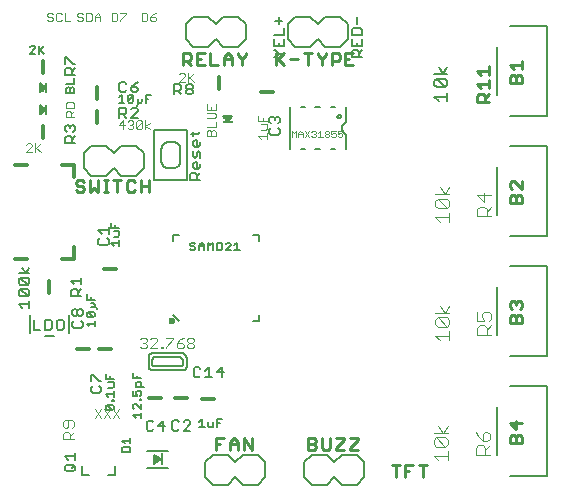
<source format=gto>
G75*
%MOIN*%
%OFA0B0*%
%FSLAX25Y25*%
%IPPOS*%
%LPD*%
%AMOC8*
5,1,8,0,0,1.08239X$1,22.5*
%
%ADD10C,0.00500*%
%ADD11C,0.00400*%
%ADD12C,0.01200*%
%ADD13C,0.00800*%
%ADD14R,0.00750X0.03500*%
%ADD15C,0.00600*%
%ADD16C,0.00300*%
%ADD17C,0.00900*%
%ADD18C,0.02362*%
%ADD19C,0.01000*%
%ADD20C,0.00200*%
%ADD21R,0.03500X0.00750*%
%ADD22R,0.00787X0.03937*%
D10*
X0043594Y0033841D02*
X0043594Y0034742D01*
X0044045Y0035192D01*
X0045846Y0033391D01*
X0046296Y0033841D01*
X0046296Y0034742D01*
X0045846Y0035192D01*
X0044045Y0035192D01*
X0043594Y0033841D02*
X0044045Y0033391D01*
X0045846Y0033391D01*
X0045846Y0036337D02*
X0045846Y0036788D01*
X0046296Y0036788D01*
X0046296Y0036337D01*
X0045846Y0036337D01*
X0046296Y0037810D02*
X0046296Y0039612D01*
X0046296Y0038711D02*
X0043594Y0038711D01*
X0044495Y0037810D01*
X0044495Y0040757D02*
X0045846Y0040757D01*
X0046296Y0041207D01*
X0046296Y0042559D01*
X0044495Y0042559D01*
X0044945Y0043703D02*
X0044945Y0044604D01*
X0043594Y0043703D02*
X0043594Y0045505D01*
X0043594Y0043703D02*
X0046296Y0043703D01*
X0052768Y0043971D02*
X0052768Y0045773D01*
X0054119Y0044872D02*
X0054119Y0043971D01*
X0054119Y0042826D02*
X0055020Y0042826D01*
X0055470Y0042376D01*
X0055470Y0041025D01*
X0056371Y0041025D02*
X0053669Y0041025D01*
X0053669Y0042376D01*
X0054119Y0042826D01*
X0055470Y0043971D02*
X0052768Y0043971D01*
X0052768Y0039880D02*
X0052768Y0038078D01*
X0054119Y0038078D01*
X0053669Y0038979D01*
X0053669Y0039429D01*
X0054119Y0039880D01*
X0055020Y0039880D01*
X0055470Y0039429D01*
X0055470Y0038529D01*
X0055020Y0038078D01*
X0055020Y0037055D02*
X0055470Y0037055D01*
X0055470Y0036605D01*
X0055020Y0036605D01*
X0055020Y0037055D01*
X0055470Y0035460D02*
X0055470Y0033659D01*
X0053669Y0035460D01*
X0053219Y0035460D01*
X0052768Y0035010D01*
X0052768Y0034109D01*
X0053219Y0033659D01*
X0052768Y0031613D02*
X0055470Y0031613D01*
X0055470Y0030712D02*
X0055470Y0032514D01*
X0053669Y0030712D02*
X0052768Y0031613D01*
X0059097Y0046732D02*
X0069468Y0046732D01*
X0069533Y0046734D01*
X0069597Y0046740D01*
X0069661Y0046749D01*
X0069725Y0046762D01*
X0069787Y0046779D01*
X0069849Y0046799D01*
X0069909Y0046823D01*
X0069968Y0046850D01*
X0070025Y0046881D01*
X0070080Y0046915D01*
X0070133Y0046952D01*
X0070183Y0046992D01*
X0070232Y0047035D01*
X0070278Y0047081D01*
X0070321Y0047130D01*
X0070361Y0047180D01*
X0070398Y0047233D01*
X0070432Y0047289D01*
X0070463Y0047345D01*
X0070490Y0047404D01*
X0070514Y0047464D01*
X0070534Y0047526D01*
X0070551Y0047588D01*
X0070564Y0047652D01*
X0070573Y0047716D01*
X0070579Y0047780D01*
X0070581Y0047845D01*
X0070582Y0047845D02*
X0070582Y0050999D01*
X0070580Y0051069D01*
X0070574Y0051138D01*
X0070564Y0051208D01*
X0070551Y0051276D01*
X0070533Y0051344D01*
X0070512Y0051410D01*
X0070487Y0051475D01*
X0070459Y0051539D01*
X0070427Y0051601D01*
X0070391Y0051661D01*
X0070352Y0051719D01*
X0070310Y0051775D01*
X0070265Y0051829D01*
X0070217Y0051879D01*
X0070167Y0051927D01*
X0070113Y0051972D01*
X0070057Y0052014D01*
X0069999Y0052053D01*
X0069939Y0052089D01*
X0069877Y0052121D01*
X0069813Y0052149D01*
X0069748Y0052174D01*
X0069682Y0052195D01*
X0069614Y0052213D01*
X0069546Y0052226D01*
X0069476Y0052236D01*
X0069407Y0052242D01*
X0069337Y0052244D01*
X0058864Y0052244D01*
X0058806Y0052242D01*
X0058749Y0052236D01*
X0058692Y0052227D01*
X0058636Y0052214D01*
X0058581Y0052197D01*
X0058527Y0052177D01*
X0058475Y0052153D01*
X0058424Y0052126D01*
X0058375Y0052096D01*
X0058328Y0052062D01*
X0058284Y0052026D01*
X0058242Y0051986D01*
X0058202Y0051944D01*
X0058166Y0051900D01*
X0058132Y0051853D01*
X0058102Y0051804D01*
X0058075Y0051753D01*
X0058051Y0051701D01*
X0058031Y0051647D01*
X0058014Y0051592D01*
X0058001Y0051536D01*
X0057992Y0051479D01*
X0057986Y0051422D01*
X0057984Y0051364D01*
X0057983Y0051364D02*
X0057983Y0047845D01*
X0057984Y0047845D02*
X0057986Y0047780D01*
X0057992Y0047716D01*
X0058001Y0047652D01*
X0058014Y0047588D01*
X0058031Y0047526D01*
X0058051Y0047464D01*
X0058075Y0047404D01*
X0058102Y0047345D01*
X0058133Y0047289D01*
X0058167Y0047233D01*
X0058204Y0047180D01*
X0058244Y0047130D01*
X0058287Y0047081D01*
X0058333Y0047035D01*
X0058382Y0046992D01*
X0058432Y0046952D01*
X0058485Y0046915D01*
X0058541Y0046881D01*
X0058597Y0046850D01*
X0058656Y0046823D01*
X0058716Y0046799D01*
X0058778Y0046779D01*
X0058840Y0046762D01*
X0058904Y0046749D01*
X0058968Y0046740D01*
X0059032Y0046734D01*
X0059097Y0046732D01*
X0060345Y0047913D02*
X0068219Y0047913D01*
X0068285Y0047915D01*
X0068351Y0047920D01*
X0068417Y0047930D01*
X0068482Y0047943D01*
X0068546Y0047959D01*
X0068609Y0047979D01*
X0068671Y0048003D01*
X0068731Y0048030D01*
X0068790Y0048060D01*
X0068847Y0048094D01*
X0068902Y0048131D01*
X0068955Y0048171D01*
X0069006Y0048213D01*
X0069054Y0048259D01*
X0069100Y0048307D01*
X0069142Y0048358D01*
X0069182Y0048411D01*
X0069219Y0048466D01*
X0069253Y0048523D01*
X0069283Y0048582D01*
X0069310Y0048642D01*
X0069334Y0048704D01*
X0069354Y0048767D01*
X0069370Y0048831D01*
X0069383Y0048896D01*
X0069393Y0048962D01*
X0069398Y0049028D01*
X0069400Y0049094D01*
X0069401Y0049094D02*
X0069401Y0049882D01*
X0069400Y0049881D02*
X0069398Y0049950D01*
X0069392Y0050018D01*
X0069382Y0050086D01*
X0069368Y0050154D01*
X0069350Y0050220D01*
X0069329Y0050285D01*
X0069303Y0050349D01*
X0069274Y0050411D01*
X0069242Y0050472D01*
X0069206Y0050530D01*
X0069166Y0050586D01*
X0069124Y0050640D01*
X0069078Y0050691D01*
X0069029Y0050740D01*
X0068978Y0050786D01*
X0068924Y0050828D01*
X0068868Y0050868D01*
X0068810Y0050904D01*
X0068749Y0050936D01*
X0068687Y0050965D01*
X0068623Y0050991D01*
X0068558Y0051012D01*
X0068492Y0051030D01*
X0068424Y0051044D01*
X0068356Y0051054D01*
X0068288Y0051060D01*
X0068219Y0051062D01*
X0068219Y0051063D02*
X0059952Y0051063D01*
X0059893Y0051049D01*
X0059834Y0051032D01*
X0059777Y0051011D01*
X0059722Y0050987D01*
X0059668Y0050960D01*
X0059615Y0050929D01*
X0059565Y0050895D01*
X0059517Y0050859D01*
X0059471Y0050819D01*
X0059427Y0050777D01*
X0059387Y0050732D01*
X0059349Y0050685D01*
X0059313Y0050635D01*
X0059281Y0050584D01*
X0059252Y0050531D01*
X0059227Y0050476D01*
X0059205Y0050419D01*
X0059186Y0050362D01*
X0059170Y0050303D01*
X0059159Y0050244D01*
X0059150Y0050184D01*
X0059146Y0050123D01*
X0059145Y0050063D01*
X0059148Y0050002D01*
X0059154Y0049942D01*
X0059165Y0049882D01*
X0059164Y0049882D02*
X0059164Y0048701D01*
X0059164Y0048700D02*
X0059179Y0048639D01*
X0059197Y0048578D01*
X0059219Y0048519D01*
X0059244Y0048461D01*
X0059274Y0048406D01*
X0059306Y0048352D01*
X0059342Y0048300D01*
X0059381Y0048250D01*
X0059423Y0048203D01*
X0059468Y0048159D01*
X0059516Y0048118D01*
X0059566Y0048080D01*
X0059619Y0048045D01*
X0059673Y0048013D01*
X0059730Y0047985D01*
X0059788Y0047960D01*
X0059847Y0047939D01*
X0059908Y0047922D01*
X0059970Y0047909D01*
X0060032Y0047900D01*
X0060095Y0047894D01*
X0060158Y0047893D01*
X0060221Y0047896D01*
X0060284Y0047902D01*
X0060346Y0047912D01*
X0075705Y0030321D02*
X0074804Y0029420D01*
X0075705Y0030321D02*
X0075705Y0027619D01*
X0074804Y0027619D02*
X0076606Y0027619D01*
X0077751Y0028069D02*
X0077751Y0029420D01*
X0077751Y0028069D02*
X0078201Y0027619D01*
X0079552Y0027619D01*
X0079552Y0029420D01*
X0080697Y0028970D02*
X0081598Y0028970D01*
X0080697Y0030321D02*
X0082499Y0030321D01*
X0080697Y0030321D02*
X0080697Y0027619D01*
X0039986Y0061302D02*
X0039986Y0063104D01*
X0039986Y0062203D02*
X0037283Y0062203D01*
X0038184Y0061302D01*
X0037734Y0064249D02*
X0037283Y0064699D01*
X0037283Y0065600D01*
X0037734Y0066050D01*
X0039535Y0064249D01*
X0039986Y0064699D01*
X0039986Y0065600D01*
X0039535Y0066050D01*
X0037734Y0066050D01*
X0037734Y0064249D02*
X0039535Y0064249D01*
X0040886Y0067195D02*
X0040436Y0067646D01*
X0039535Y0067646D01*
X0039986Y0068096D01*
X0039986Y0068546D01*
X0039535Y0068997D01*
X0038634Y0068997D01*
X0038634Y0070142D02*
X0038634Y0071043D01*
X0037283Y0070142D02*
X0037283Y0071943D01*
X0037283Y0070142D02*
X0039986Y0070142D01*
X0039535Y0067646D02*
X0038634Y0067646D01*
X0046431Y0088158D02*
X0045530Y0089059D01*
X0048232Y0089059D01*
X0048232Y0088158D02*
X0048232Y0089960D01*
X0047782Y0091105D02*
X0046431Y0091105D01*
X0047782Y0091105D02*
X0048232Y0091555D01*
X0048232Y0092906D01*
X0046431Y0092906D01*
X0046881Y0094051D02*
X0046881Y0094952D01*
X0045530Y0094051D02*
X0045530Y0095853D01*
X0045530Y0094051D02*
X0048232Y0094051D01*
X0059859Y0110132D02*
X0059859Y0126668D01*
X0070882Y0126668D01*
X0070882Y0110132D01*
X0059859Y0110132D01*
X0064583Y0114069D02*
X0066158Y0114069D01*
X0066253Y0114071D01*
X0066348Y0114077D01*
X0066443Y0114086D01*
X0066537Y0114100D01*
X0066630Y0114117D01*
X0066723Y0114138D01*
X0066815Y0114162D01*
X0066906Y0114191D01*
X0066996Y0114222D01*
X0067084Y0114258D01*
X0067171Y0114297D01*
X0067256Y0114340D01*
X0067339Y0114385D01*
X0067420Y0114435D01*
X0067500Y0114487D01*
X0067577Y0114543D01*
X0067652Y0114601D01*
X0067724Y0114663D01*
X0067794Y0114728D01*
X0067861Y0114795D01*
X0067926Y0114865D01*
X0067988Y0114937D01*
X0068046Y0115012D01*
X0068102Y0115089D01*
X0068154Y0115169D01*
X0068204Y0115250D01*
X0068249Y0115333D01*
X0068292Y0115418D01*
X0068331Y0115505D01*
X0068367Y0115593D01*
X0068398Y0115683D01*
X0068427Y0115774D01*
X0068451Y0115866D01*
X0068472Y0115959D01*
X0068489Y0116052D01*
X0068503Y0116146D01*
X0068512Y0116241D01*
X0068518Y0116336D01*
X0068520Y0116431D01*
X0068520Y0120369D01*
X0068518Y0120464D01*
X0068512Y0120559D01*
X0068503Y0120654D01*
X0068489Y0120748D01*
X0068472Y0120841D01*
X0068451Y0120934D01*
X0068427Y0121026D01*
X0068398Y0121117D01*
X0068367Y0121207D01*
X0068331Y0121295D01*
X0068292Y0121382D01*
X0068249Y0121467D01*
X0068204Y0121550D01*
X0068154Y0121631D01*
X0068102Y0121711D01*
X0068046Y0121788D01*
X0067988Y0121863D01*
X0067926Y0121935D01*
X0067861Y0122005D01*
X0067794Y0122072D01*
X0067724Y0122137D01*
X0067652Y0122199D01*
X0067577Y0122257D01*
X0067500Y0122313D01*
X0067420Y0122365D01*
X0067339Y0122415D01*
X0067256Y0122460D01*
X0067171Y0122503D01*
X0067084Y0122542D01*
X0066996Y0122578D01*
X0066906Y0122609D01*
X0066815Y0122638D01*
X0066723Y0122662D01*
X0066630Y0122683D01*
X0066537Y0122700D01*
X0066443Y0122714D01*
X0066348Y0122723D01*
X0066253Y0122729D01*
X0066158Y0122731D01*
X0064583Y0122731D01*
X0064488Y0122729D01*
X0064393Y0122723D01*
X0064298Y0122714D01*
X0064204Y0122700D01*
X0064111Y0122683D01*
X0064018Y0122662D01*
X0063926Y0122638D01*
X0063835Y0122609D01*
X0063745Y0122578D01*
X0063657Y0122542D01*
X0063570Y0122503D01*
X0063485Y0122460D01*
X0063402Y0122415D01*
X0063321Y0122365D01*
X0063241Y0122313D01*
X0063164Y0122257D01*
X0063089Y0122199D01*
X0063017Y0122137D01*
X0062947Y0122072D01*
X0062880Y0122005D01*
X0062815Y0121935D01*
X0062753Y0121863D01*
X0062695Y0121788D01*
X0062639Y0121711D01*
X0062587Y0121631D01*
X0062537Y0121550D01*
X0062492Y0121467D01*
X0062449Y0121382D01*
X0062410Y0121295D01*
X0062374Y0121207D01*
X0062343Y0121117D01*
X0062314Y0121026D01*
X0062290Y0120934D01*
X0062269Y0120841D01*
X0062252Y0120748D01*
X0062238Y0120654D01*
X0062229Y0120559D01*
X0062223Y0120464D01*
X0062221Y0120369D01*
X0062221Y0116431D01*
X0062223Y0116336D01*
X0062229Y0116241D01*
X0062238Y0116146D01*
X0062252Y0116052D01*
X0062269Y0115959D01*
X0062290Y0115866D01*
X0062314Y0115774D01*
X0062343Y0115683D01*
X0062374Y0115593D01*
X0062410Y0115505D01*
X0062449Y0115418D01*
X0062492Y0115333D01*
X0062537Y0115250D01*
X0062587Y0115169D01*
X0062639Y0115089D01*
X0062695Y0115012D01*
X0062753Y0114937D01*
X0062815Y0114865D01*
X0062880Y0114795D01*
X0062947Y0114728D01*
X0063017Y0114663D01*
X0063089Y0114601D01*
X0063164Y0114543D01*
X0063241Y0114487D01*
X0063321Y0114435D01*
X0063402Y0114385D01*
X0063485Y0114340D01*
X0063570Y0114297D01*
X0063657Y0114258D01*
X0063745Y0114222D01*
X0063835Y0114191D01*
X0063926Y0114162D01*
X0064018Y0114138D01*
X0064111Y0114117D01*
X0064204Y0114100D01*
X0064298Y0114086D01*
X0064393Y0114077D01*
X0064488Y0114071D01*
X0064583Y0114069D01*
X0071593Y0111807D02*
X0071593Y0110056D01*
X0075096Y0110056D01*
X0073929Y0110056D02*
X0073929Y0111807D01*
X0073345Y0112391D01*
X0072177Y0112391D01*
X0071593Y0111807D01*
X0073929Y0111224D02*
X0075096Y0112391D01*
X0074513Y0113739D02*
X0073345Y0113739D01*
X0072761Y0114323D01*
X0072761Y0115491D01*
X0073345Y0116074D01*
X0073929Y0116074D01*
X0073929Y0113739D01*
X0074513Y0113739D02*
X0075096Y0114323D01*
X0075096Y0115491D01*
X0075096Y0117422D02*
X0075096Y0119174D01*
X0074513Y0119758D01*
X0073929Y0119174D01*
X0073929Y0118006D01*
X0073345Y0117422D01*
X0072761Y0118006D01*
X0072761Y0119758D01*
X0073345Y0121105D02*
X0072761Y0121689D01*
X0072761Y0122857D01*
X0073345Y0123441D01*
X0073929Y0123441D01*
X0073929Y0121105D01*
X0074513Y0121105D02*
X0073345Y0121105D01*
X0074513Y0121105D02*
X0075096Y0121689D01*
X0075096Y0122857D01*
X0074513Y0125372D02*
X0072177Y0125372D01*
X0072761Y0124789D02*
X0072761Y0125956D01*
X0074513Y0125372D02*
X0075096Y0125956D01*
X0057837Y0137128D02*
X0056936Y0137128D01*
X0055791Y0137128D02*
X0055791Y0136227D01*
X0055341Y0135777D01*
X0054890Y0135777D01*
X0054440Y0136227D01*
X0054440Y0135327D01*
X0053989Y0134876D01*
X0054440Y0136227D02*
X0054440Y0137128D01*
X0052845Y0138029D02*
X0052845Y0136227D01*
X0052394Y0135777D01*
X0051493Y0135777D01*
X0051043Y0136227D01*
X0052845Y0138029D01*
X0052394Y0138479D01*
X0051493Y0138479D01*
X0051043Y0138029D01*
X0051043Y0136227D01*
X0049898Y0135777D02*
X0048096Y0135777D01*
X0048997Y0135777D02*
X0048997Y0138479D01*
X0048096Y0137579D01*
X0056936Y0138479D02*
X0056936Y0135777D01*
X0056936Y0138479D02*
X0058738Y0138479D01*
X0033206Y0139150D02*
X0033206Y0140501D01*
X0032756Y0140952D01*
X0032305Y0140952D01*
X0031855Y0140501D01*
X0031855Y0139150D01*
X0033206Y0139150D02*
X0030504Y0139150D01*
X0030504Y0140501D01*
X0030954Y0140952D01*
X0031404Y0140952D01*
X0031855Y0140501D01*
X0030504Y0142097D02*
X0033206Y0142097D01*
X0033206Y0143898D01*
X0023153Y0152110D02*
X0021801Y0153461D01*
X0021351Y0153011D02*
X0023153Y0154812D01*
X0021351Y0154812D02*
X0021351Y0152110D01*
X0020206Y0152110D02*
X0018404Y0152110D01*
X0020206Y0153912D01*
X0020206Y0154362D01*
X0019756Y0154812D01*
X0018855Y0154812D01*
X0018404Y0154362D01*
X0099593Y0154601D02*
X0103096Y0154601D01*
X0103096Y0156936D01*
X0103096Y0158284D02*
X0099593Y0158284D01*
X0099593Y0156936D02*
X0099593Y0154601D01*
X0099593Y0153253D02*
X0100177Y0153253D01*
X0101345Y0152085D01*
X0103096Y0152085D01*
X0101345Y0152085D02*
X0100177Y0150917D01*
X0099593Y0150917D01*
X0101345Y0154601D02*
X0101345Y0155768D01*
X0103096Y0158284D02*
X0103096Y0160619D01*
X0101345Y0161967D02*
X0101345Y0164302D01*
X0100177Y0163134D02*
X0102513Y0163134D01*
X0125593Y0160035D02*
X0125593Y0158284D01*
X0129096Y0158284D01*
X0129096Y0160035D01*
X0128513Y0160619D01*
X0126177Y0160619D01*
X0125593Y0160035D01*
X0127345Y0161967D02*
X0127345Y0164302D01*
X0129096Y0156936D02*
X0129096Y0154601D01*
X0125593Y0154601D01*
X0125593Y0156936D01*
X0127345Y0155768D02*
X0127345Y0154601D01*
X0127345Y0153253D02*
X0127929Y0152669D01*
X0127929Y0150917D01*
X0129096Y0150917D02*
X0125593Y0150917D01*
X0125593Y0152669D01*
X0126177Y0153253D01*
X0127345Y0153253D01*
X0127929Y0152085D02*
X0129096Y0153253D01*
D11*
X0155077Y0107588D02*
X0156612Y0105286D01*
X0158146Y0107588D01*
X0158146Y0105286D02*
X0153543Y0105286D01*
X0154310Y0103751D02*
X0157379Y0100682D01*
X0158146Y0101449D01*
X0158146Y0102984D01*
X0157379Y0103751D01*
X0154310Y0103751D01*
X0153543Y0102984D01*
X0153543Y0101449D01*
X0154310Y0100682D01*
X0157379Y0100682D01*
X0158146Y0099147D02*
X0158146Y0096078D01*
X0158146Y0097612D02*
X0153543Y0097612D01*
X0155077Y0096078D01*
X0167543Y0097996D02*
X0167543Y0100298D01*
X0168310Y0101065D01*
X0169845Y0101065D01*
X0170612Y0100298D01*
X0170612Y0097996D01*
X0172146Y0097996D02*
X0167543Y0097996D01*
X0170612Y0099531D02*
X0172146Y0101065D01*
X0169845Y0102600D02*
X0169845Y0105669D01*
X0172146Y0104902D02*
X0167543Y0104902D01*
X0169845Y0102600D01*
X0158146Y0068088D02*
X0156612Y0065786D01*
X0155077Y0068088D01*
X0153543Y0065786D02*
X0158146Y0065786D01*
X0157379Y0064251D02*
X0158146Y0063484D01*
X0158146Y0061949D01*
X0157379Y0061182D01*
X0154310Y0064251D01*
X0157379Y0064251D01*
X0154310Y0064251D02*
X0153543Y0063484D01*
X0153543Y0061949D01*
X0154310Y0061182D01*
X0157379Y0061182D01*
X0158146Y0059647D02*
X0158146Y0056578D01*
X0158146Y0058112D02*
X0153543Y0058112D01*
X0155077Y0056578D01*
X0167543Y0058496D02*
X0167543Y0060798D01*
X0168310Y0061565D01*
X0169845Y0061565D01*
X0170612Y0060798D01*
X0170612Y0058496D01*
X0172146Y0058496D02*
X0167543Y0058496D01*
X0170612Y0060031D02*
X0172146Y0061565D01*
X0171379Y0063100D02*
X0172146Y0063867D01*
X0172146Y0065402D01*
X0171379Y0066169D01*
X0169845Y0066169D01*
X0169077Y0065402D01*
X0169077Y0064635D01*
X0169845Y0063100D01*
X0167543Y0063100D01*
X0167543Y0066169D01*
X0157646Y0028088D02*
X0156112Y0025786D01*
X0154577Y0028088D01*
X0153043Y0025786D02*
X0157646Y0025786D01*
X0156879Y0024251D02*
X0157646Y0023484D01*
X0157646Y0021949D01*
X0156879Y0021182D01*
X0153810Y0024251D01*
X0156879Y0024251D01*
X0153810Y0024251D02*
X0153043Y0023484D01*
X0153043Y0021949D01*
X0153810Y0021182D01*
X0156879Y0021182D01*
X0157646Y0019647D02*
X0157646Y0016578D01*
X0157646Y0018112D02*
X0153043Y0018112D01*
X0154577Y0016578D01*
X0167043Y0018496D02*
X0167043Y0020798D01*
X0167810Y0021565D01*
X0169345Y0021565D01*
X0170112Y0020798D01*
X0170112Y0018496D01*
X0171646Y0018496D02*
X0167043Y0018496D01*
X0170112Y0020031D02*
X0171646Y0021565D01*
X0170879Y0023100D02*
X0169345Y0023100D01*
X0169345Y0025402D01*
X0170112Y0026169D01*
X0170879Y0026169D01*
X0171646Y0025402D01*
X0171646Y0023867D01*
X0170879Y0023100D01*
X0169345Y0023100D02*
X0167810Y0024635D01*
X0167043Y0026169D01*
X0059948Y0163000D02*
X0059014Y0163000D01*
X0058546Y0163467D01*
X0058546Y0164401D01*
X0059948Y0164401D01*
X0060415Y0163934D01*
X0060415Y0163467D01*
X0059948Y0163000D01*
X0058546Y0164401D02*
X0059481Y0165335D01*
X0060415Y0165802D01*
X0057468Y0165335D02*
X0057468Y0163467D01*
X0057001Y0163000D01*
X0055600Y0163000D01*
X0055600Y0165802D01*
X0057001Y0165802D01*
X0057468Y0165335D01*
X0050415Y0165335D02*
X0048546Y0163467D01*
X0048546Y0163000D01*
X0047468Y0163467D02*
X0047468Y0165335D01*
X0047001Y0165802D01*
X0045600Y0165802D01*
X0045600Y0163000D01*
X0047001Y0163000D01*
X0047468Y0163467D01*
X0048546Y0165802D02*
X0050415Y0165802D01*
X0050415Y0165335D01*
X0041888Y0164868D02*
X0041888Y0163000D01*
X0041888Y0164401D02*
X0040020Y0164401D01*
X0040020Y0164868D02*
X0040954Y0165802D01*
X0041888Y0164868D01*
X0040020Y0164868D02*
X0040020Y0163000D01*
X0038941Y0163467D02*
X0038941Y0165335D01*
X0038474Y0165802D01*
X0037073Y0165802D01*
X0037073Y0163000D01*
X0038474Y0163000D01*
X0038941Y0163467D01*
X0035995Y0163467D02*
X0035528Y0163000D01*
X0034594Y0163000D01*
X0034127Y0163467D01*
X0034594Y0164401D02*
X0035528Y0164401D01*
X0035995Y0163934D01*
X0035995Y0163467D01*
X0034594Y0164401D02*
X0034127Y0164868D01*
X0034127Y0165335D01*
X0034594Y0165802D01*
X0035528Y0165802D01*
X0035995Y0165335D01*
X0031888Y0163000D02*
X0030020Y0163000D01*
X0030020Y0165802D01*
X0028941Y0165335D02*
X0028474Y0165802D01*
X0027540Y0165802D01*
X0027073Y0165335D01*
X0027073Y0163467D01*
X0027540Y0163000D01*
X0028474Y0163000D01*
X0028941Y0163467D01*
X0025995Y0163467D02*
X0025528Y0163000D01*
X0024594Y0163000D01*
X0024127Y0163467D01*
X0024594Y0164401D02*
X0025528Y0164401D01*
X0025995Y0163934D01*
X0025995Y0163467D01*
X0024594Y0164401D02*
X0024127Y0164868D01*
X0024127Y0165335D01*
X0024594Y0165802D01*
X0025528Y0165802D01*
X0025995Y0165335D01*
D12*
X0022654Y0149860D02*
X0022654Y0145860D01*
X0040894Y0141121D02*
X0040894Y0137121D01*
X0040846Y0132900D02*
X0040846Y0128900D01*
X0033157Y0115148D02*
X0033157Y0111211D01*
X0033086Y0115120D02*
X0029220Y0115120D01*
X0029220Y0115148D01*
X0022846Y0123900D02*
X0022846Y0127900D01*
X0017409Y0115148D02*
X0013472Y0115148D01*
X0033157Y0087589D02*
X0033157Y0083652D01*
X0029220Y0083652D01*
X0024782Y0076464D02*
X0024782Y0072464D01*
X0017409Y0083652D02*
X0013472Y0083652D01*
X0042982Y0080408D02*
X0046982Y0080408D01*
X0045408Y0053679D02*
X0041408Y0053679D01*
X0037946Y0053648D02*
X0033946Y0053648D01*
X0057972Y0037338D02*
X0061972Y0037338D01*
X0066590Y0037392D02*
X0070590Y0037392D01*
X0075815Y0037192D02*
X0079815Y0037192D01*
X0081346Y0140400D02*
X0081346Y0144400D01*
X0095346Y0139400D02*
X0099346Y0139400D01*
D13*
X0099378Y0131201D02*
X0098811Y0131201D01*
X0098244Y0130634D01*
X0098244Y0129500D01*
X0098811Y0128933D01*
X0098811Y0127334D02*
X0098244Y0126767D01*
X0098244Y0125633D01*
X0098811Y0125065D01*
X0101079Y0125065D01*
X0101646Y0125633D01*
X0101646Y0126767D01*
X0101079Y0127334D01*
X0101079Y0128933D02*
X0101646Y0129500D01*
X0101646Y0130634D01*
X0101079Y0131201D01*
X0100512Y0131201D01*
X0099945Y0130634D01*
X0099945Y0130067D01*
X0099945Y0130634D02*
X0099378Y0131201D01*
X0120881Y0131300D02*
X0120883Y0131347D01*
X0120889Y0131394D01*
X0120899Y0131441D01*
X0120912Y0131486D01*
X0120930Y0131530D01*
X0120951Y0131572D01*
X0120975Y0131613D01*
X0121003Y0131651D01*
X0121034Y0131687D01*
X0121068Y0131720D01*
X0121104Y0131750D01*
X0121143Y0131777D01*
X0121184Y0131801D01*
X0121227Y0131821D01*
X0121271Y0131837D01*
X0121317Y0131850D01*
X0121363Y0131859D01*
X0121411Y0131864D01*
X0121458Y0131865D01*
X0121505Y0131862D01*
X0121552Y0131855D01*
X0121598Y0131844D01*
X0121643Y0131830D01*
X0121687Y0131811D01*
X0121728Y0131789D01*
X0121768Y0131764D01*
X0121806Y0131735D01*
X0121841Y0131704D01*
X0121874Y0131669D01*
X0121903Y0131632D01*
X0121929Y0131593D01*
X0121952Y0131551D01*
X0121971Y0131508D01*
X0121987Y0131463D01*
X0121999Y0131417D01*
X0122007Y0131371D01*
X0122011Y0131324D01*
X0122011Y0131276D01*
X0122007Y0131229D01*
X0121999Y0131183D01*
X0121987Y0131137D01*
X0121971Y0131092D01*
X0121952Y0131049D01*
X0121929Y0131007D01*
X0121903Y0130968D01*
X0121874Y0130931D01*
X0121841Y0130896D01*
X0121806Y0130865D01*
X0121768Y0130836D01*
X0121729Y0130811D01*
X0121687Y0130789D01*
X0121643Y0130770D01*
X0121598Y0130756D01*
X0121552Y0130745D01*
X0121505Y0130738D01*
X0121458Y0130735D01*
X0121411Y0130736D01*
X0121363Y0130741D01*
X0121317Y0130750D01*
X0121271Y0130763D01*
X0121227Y0130779D01*
X0121184Y0130799D01*
X0121143Y0130823D01*
X0121104Y0130850D01*
X0121068Y0130880D01*
X0121034Y0130913D01*
X0121003Y0130949D01*
X0120975Y0130987D01*
X0120951Y0131028D01*
X0120930Y0131070D01*
X0120912Y0131114D01*
X0120899Y0131159D01*
X0120889Y0131206D01*
X0120883Y0131253D01*
X0120881Y0131300D01*
X0121846Y0154400D02*
X0116846Y0154400D01*
X0114346Y0156900D01*
X0111846Y0154400D01*
X0106846Y0154400D01*
X0104346Y0156900D01*
X0104346Y0161900D01*
X0106846Y0164400D01*
X0111846Y0164400D01*
X0114346Y0161900D01*
X0116846Y0164400D01*
X0121846Y0164400D01*
X0124346Y0161900D01*
X0124346Y0156900D01*
X0121846Y0154400D01*
X0090346Y0156900D02*
X0090346Y0161900D01*
X0087846Y0164400D01*
X0082846Y0164400D01*
X0080346Y0161900D01*
X0077846Y0164400D01*
X0072846Y0164400D01*
X0070346Y0161900D01*
X0070346Y0156900D01*
X0072846Y0154400D01*
X0077846Y0154400D01*
X0080346Y0156900D01*
X0082846Y0154400D01*
X0087846Y0154400D01*
X0090346Y0156900D01*
X0072648Y0141436D02*
X0072648Y0140869D01*
X0072081Y0140301D01*
X0070946Y0140301D01*
X0070379Y0140869D01*
X0070379Y0141436D01*
X0070946Y0142003D01*
X0072081Y0142003D01*
X0072648Y0141436D01*
X0072081Y0140301D02*
X0072648Y0139734D01*
X0072648Y0139167D01*
X0072081Y0138600D01*
X0070946Y0138600D01*
X0070379Y0139167D01*
X0070379Y0139734D01*
X0070946Y0140301D01*
X0068780Y0140301D02*
X0068780Y0141436D01*
X0068213Y0142003D01*
X0066512Y0142003D01*
X0066512Y0138600D01*
X0066512Y0139734D02*
X0068213Y0139734D01*
X0068780Y0140301D01*
X0067646Y0139734D02*
X0068780Y0138600D01*
X0054382Y0139892D02*
X0054382Y0140459D01*
X0053815Y0141026D01*
X0052114Y0141026D01*
X0052114Y0139892D01*
X0052681Y0139325D01*
X0053815Y0139325D01*
X0054382Y0139892D01*
X0053248Y0142160D02*
X0052114Y0141026D01*
X0053248Y0142160D02*
X0054382Y0142728D01*
X0050515Y0142160D02*
X0049948Y0142728D01*
X0048814Y0142728D01*
X0048246Y0142160D01*
X0048246Y0139892D01*
X0048814Y0139325D01*
X0049948Y0139325D01*
X0050515Y0139892D01*
X0049948Y0134203D02*
X0048246Y0134203D01*
X0048246Y0130800D01*
X0048246Y0131934D02*
X0049948Y0131934D01*
X0050515Y0132501D01*
X0050515Y0133636D01*
X0049948Y0134203D01*
X0052114Y0133636D02*
X0052681Y0134203D01*
X0053815Y0134203D01*
X0054382Y0133636D01*
X0054382Y0133069D01*
X0052114Y0130800D01*
X0054382Y0130800D01*
X0050515Y0130800D02*
X0049381Y0131934D01*
X0048846Y0121400D02*
X0053846Y0121400D01*
X0056346Y0118900D01*
X0056346Y0113900D01*
X0053846Y0111400D01*
X0048846Y0111400D01*
X0046346Y0113900D01*
X0043846Y0111400D01*
X0038846Y0111400D01*
X0036346Y0113900D01*
X0036346Y0118900D01*
X0038846Y0121400D01*
X0043846Y0121400D01*
X0046346Y0118900D01*
X0048846Y0121400D01*
X0033446Y0122300D02*
X0030044Y0122300D01*
X0030044Y0124001D01*
X0030611Y0124569D01*
X0031745Y0124569D01*
X0032312Y0124001D01*
X0032312Y0122300D01*
X0032312Y0123434D02*
X0033446Y0124569D01*
X0032879Y0126167D02*
X0033446Y0126734D01*
X0033446Y0127869D01*
X0032879Y0128436D01*
X0032312Y0128436D01*
X0031745Y0127869D01*
X0031745Y0127302D01*
X0031745Y0127869D02*
X0031178Y0128436D01*
X0030611Y0128436D01*
X0030044Y0127869D01*
X0030044Y0126734D01*
X0030611Y0126167D01*
X0030004Y0144992D02*
X0030004Y0146693D01*
X0030571Y0147261D01*
X0031705Y0147261D01*
X0032272Y0146693D01*
X0032272Y0144992D01*
X0032272Y0146126D02*
X0033406Y0147261D01*
X0033406Y0148859D02*
X0032839Y0148859D01*
X0030571Y0151128D01*
X0030004Y0151128D01*
X0030004Y0148859D01*
X0030004Y0144992D02*
X0033406Y0144992D01*
X0044582Y0094444D02*
X0044582Y0092175D01*
X0044582Y0093310D02*
X0041180Y0093310D01*
X0042314Y0092175D01*
X0041747Y0090577D02*
X0041180Y0090009D01*
X0041180Y0088875D01*
X0041747Y0088308D01*
X0044015Y0088308D01*
X0044582Y0088875D01*
X0044582Y0090009D01*
X0044015Y0090577D01*
X0035482Y0077505D02*
X0035482Y0075236D01*
X0035482Y0076370D02*
X0032080Y0076370D01*
X0033214Y0075236D01*
X0032647Y0073637D02*
X0033781Y0073637D01*
X0034348Y0073070D01*
X0034348Y0071369D01*
X0034348Y0072503D02*
X0035482Y0073637D01*
X0035482Y0071369D02*
X0032080Y0071369D01*
X0032080Y0073070D01*
X0032647Y0073637D01*
X0033111Y0066936D02*
X0033678Y0066936D01*
X0034245Y0066369D01*
X0034245Y0065234D01*
X0033678Y0064667D01*
X0033111Y0064667D01*
X0032544Y0065234D01*
X0032544Y0066369D01*
X0033111Y0066936D01*
X0034245Y0066369D02*
X0034812Y0066936D01*
X0035379Y0066936D01*
X0035946Y0066369D01*
X0035946Y0065234D01*
X0035379Y0064667D01*
X0034812Y0064667D01*
X0034245Y0065234D01*
X0033111Y0063069D02*
X0032544Y0062501D01*
X0032544Y0061367D01*
X0033111Y0060800D01*
X0035379Y0060800D01*
X0035946Y0061367D01*
X0035946Y0062501D01*
X0035379Y0063069D01*
X0031491Y0065190D02*
X0031491Y0058890D01*
X0029588Y0060627D02*
X0029588Y0062896D01*
X0029021Y0063463D01*
X0027887Y0063463D01*
X0027320Y0062896D01*
X0027320Y0060627D01*
X0027887Y0060060D01*
X0029021Y0060060D01*
X0029588Y0060627D01*
X0025721Y0060627D02*
X0025154Y0060060D01*
X0023452Y0060060D01*
X0023452Y0063463D01*
X0025154Y0063463D01*
X0025721Y0062896D01*
X0025721Y0060627D01*
X0021854Y0060060D02*
X0019585Y0060060D01*
X0019585Y0063463D01*
X0018498Y0065190D02*
X0018498Y0058890D01*
X0023420Y0057906D02*
X0026569Y0057906D01*
X0038744Y0045201D02*
X0039311Y0045201D01*
X0041579Y0042933D01*
X0042146Y0042933D01*
X0041579Y0041334D02*
X0042146Y0040767D01*
X0042146Y0039633D01*
X0041579Y0039065D01*
X0039311Y0039065D01*
X0038744Y0039633D01*
X0038744Y0040767D01*
X0039311Y0041334D01*
X0038744Y0042933D02*
X0038744Y0045201D01*
X0057308Y0029262D02*
X0057308Y0026993D01*
X0057876Y0026426D01*
X0059010Y0026426D01*
X0059577Y0026993D01*
X0061176Y0028127D02*
X0063444Y0028127D01*
X0062877Y0026426D02*
X0062877Y0029829D01*
X0061176Y0028127D01*
X0059577Y0029262D02*
X0059010Y0029829D01*
X0057876Y0029829D01*
X0057308Y0029262D01*
X0065754Y0029380D02*
X0065754Y0027111D01*
X0066322Y0026544D01*
X0067456Y0026544D01*
X0068023Y0027111D01*
X0069622Y0026544D02*
X0071890Y0028813D01*
X0071890Y0029380D01*
X0071323Y0029947D01*
X0070189Y0029947D01*
X0069622Y0029380D01*
X0068023Y0029380D02*
X0067456Y0029947D01*
X0066322Y0029947D01*
X0065754Y0029380D01*
X0069622Y0026544D02*
X0071890Y0026544D01*
X0064283Y0019656D02*
X0057409Y0019656D01*
X0059665Y0018475D02*
X0062028Y0016900D01*
X0059665Y0015325D01*
X0059665Y0018475D01*
X0060059Y0017687D02*
X0061240Y0016900D01*
X0060059Y0016113D01*
X0060059Y0017687D01*
X0060059Y0017363D02*
X0060546Y0017363D01*
X0060737Y0016564D02*
X0060059Y0016564D01*
X0057409Y0014144D02*
X0064283Y0014144D01*
X0076846Y0015900D02*
X0076846Y0010900D01*
X0079346Y0008400D01*
X0084346Y0008400D01*
X0086846Y0010900D01*
X0089346Y0008400D01*
X0094346Y0008400D01*
X0096846Y0010900D01*
X0096846Y0015900D01*
X0094346Y0018400D01*
X0089346Y0018400D01*
X0086846Y0015900D01*
X0084346Y0018400D01*
X0079346Y0018400D01*
X0076846Y0015900D01*
X0046858Y0014794D02*
X0046858Y0011644D01*
X0044496Y0011644D01*
X0038197Y0011644D02*
X0035835Y0011644D01*
X0035835Y0014794D01*
X0033446Y0014634D02*
X0033446Y0013500D01*
X0032879Y0012933D01*
X0030611Y0012933D01*
X0030044Y0013500D01*
X0030044Y0014634D01*
X0030611Y0015201D01*
X0032879Y0015201D01*
X0033446Y0014634D01*
X0033446Y0015201D02*
X0032312Y0014067D01*
X0031178Y0016800D02*
X0030044Y0017934D01*
X0033446Y0017934D01*
X0033446Y0016800D02*
X0033446Y0019069D01*
X0072954Y0044836D02*
X0073522Y0044269D01*
X0074656Y0044269D01*
X0075223Y0044836D01*
X0076822Y0044269D02*
X0079090Y0044269D01*
X0077956Y0044269D02*
X0077956Y0047672D01*
X0076822Y0046537D01*
X0075223Y0047104D02*
X0074656Y0047672D01*
X0073522Y0047672D01*
X0072954Y0047104D01*
X0072954Y0044836D01*
X0080689Y0045970D02*
X0082958Y0045970D01*
X0082390Y0044269D02*
X0082390Y0047672D01*
X0080689Y0045970D01*
X0092657Y0063120D02*
X0094626Y0063120D01*
X0094626Y0065089D01*
X0068035Y0063120D02*
X0066067Y0065089D01*
X0066067Y0089711D02*
X0066067Y0091680D01*
X0068035Y0091680D01*
X0092657Y0091680D02*
X0094626Y0091680D01*
X0094626Y0089711D01*
X0153243Y0137679D02*
X0154644Y0136278D01*
X0153243Y0137679D02*
X0157446Y0137679D01*
X0157446Y0136278D02*
X0157446Y0139080D01*
X0156746Y0140882D02*
X0153943Y0140882D01*
X0153243Y0141582D01*
X0153243Y0142983D01*
X0153943Y0143684D01*
X0156746Y0140882D01*
X0157446Y0141582D01*
X0157446Y0142983D01*
X0156746Y0143684D01*
X0153943Y0143684D01*
X0153243Y0145486D02*
X0157446Y0145486D01*
X0156045Y0145486D02*
X0157446Y0147587D01*
X0156045Y0145486D02*
X0154644Y0147587D01*
X0173972Y0154274D02*
X0173972Y0138526D01*
X0178409Y0131530D02*
X0190720Y0131530D01*
X0190720Y0161270D01*
X0178409Y0161270D01*
X0178409Y0121270D02*
X0190720Y0121270D01*
X0190720Y0091530D01*
X0178409Y0091530D01*
X0173972Y0098526D02*
X0173972Y0114274D01*
X0178409Y0081270D02*
X0190720Y0081270D01*
X0190720Y0051530D01*
X0178409Y0051530D01*
X0173972Y0058526D02*
X0173972Y0074274D01*
X0178409Y0041270D02*
X0190720Y0041270D01*
X0190720Y0011530D01*
X0178409Y0011530D01*
X0173972Y0018526D02*
X0173972Y0034274D01*
X0129846Y0015900D02*
X0129846Y0010900D01*
X0127346Y0008400D01*
X0122346Y0008400D01*
X0119846Y0010900D01*
X0117346Y0008400D01*
X0112346Y0008400D01*
X0109846Y0010900D01*
X0109846Y0015900D01*
X0112346Y0018400D01*
X0117346Y0018400D01*
X0119846Y0015900D01*
X0122346Y0018400D01*
X0127346Y0018400D01*
X0129846Y0015900D01*
D14*
X0023775Y0133400D03*
X0023775Y0140791D03*
D15*
X0023846Y0140791D02*
X0021846Y0139291D01*
X0021846Y0142291D01*
X0023846Y0140791D01*
X0023510Y0141043D02*
X0021846Y0141043D01*
X0021846Y0141641D02*
X0022712Y0141641D01*
X0021914Y0142240D02*
X0021846Y0142240D01*
X0021846Y0140444D02*
X0023385Y0140444D01*
X0022587Y0139846D02*
X0021846Y0139846D01*
X0021846Y0134900D02*
X0021846Y0131900D01*
X0023846Y0133400D01*
X0021846Y0134900D01*
X0021846Y0134459D02*
X0022434Y0134459D01*
X0021846Y0133861D02*
X0023232Y0133861D01*
X0023663Y0133262D02*
X0021846Y0133262D01*
X0021846Y0132664D02*
X0022865Y0132664D01*
X0022067Y0132065D02*
X0021846Y0132065D01*
X0071807Y0088769D02*
X0071807Y0088335D01*
X0072241Y0087901D01*
X0073108Y0087901D01*
X0073542Y0087467D01*
X0073542Y0087034D01*
X0073108Y0086600D01*
X0072241Y0086600D01*
X0071807Y0087034D01*
X0071807Y0088769D02*
X0072241Y0089202D01*
X0073108Y0089202D01*
X0073542Y0088769D01*
X0074753Y0088335D02*
X0075621Y0089202D01*
X0076488Y0088335D01*
X0076488Y0086600D01*
X0077700Y0086600D02*
X0077700Y0089202D01*
X0078567Y0088335D01*
X0079435Y0089202D01*
X0079435Y0086600D01*
X0080646Y0086600D02*
X0081948Y0086600D01*
X0082381Y0087034D01*
X0082381Y0088769D01*
X0081948Y0089202D01*
X0080646Y0089202D01*
X0080646Y0086600D01*
X0083593Y0086600D02*
X0085328Y0088335D01*
X0085328Y0088769D01*
X0084894Y0089202D01*
X0084027Y0089202D01*
X0083593Y0088769D01*
X0083593Y0086600D02*
X0085328Y0086600D01*
X0086539Y0086600D02*
X0088274Y0086600D01*
X0087407Y0086600D02*
X0087407Y0089202D01*
X0086539Y0088335D01*
X0076488Y0087901D02*
X0074753Y0087901D01*
X0074753Y0088335D02*
X0074753Y0086600D01*
X0105047Y0120302D02*
X0105047Y0134498D01*
X0108638Y0134487D02*
X0110016Y0134487D01*
X0113559Y0134487D02*
X0115134Y0134487D01*
X0118677Y0134487D02*
X0120055Y0134487D01*
X0123646Y0134498D02*
X0123646Y0129357D01*
X0123599Y0129369D02*
X0123517Y0129326D01*
X0123438Y0129280D01*
X0123360Y0129230D01*
X0123285Y0129177D01*
X0123212Y0129122D01*
X0123141Y0129063D01*
X0123073Y0129001D01*
X0123007Y0128937D01*
X0122945Y0128870D01*
X0122885Y0128800D01*
X0122828Y0128728D01*
X0122774Y0128653D01*
X0122723Y0128577D01*
X0122675Y0128498D01*
X0122631Y0128417D01*
X0122590Y0128335D01*
X0122553Y0128251D01*
X0122519Y0128165D01*
X0122489Y0128078D01*
X0122463Y0127990D01*
X0122440Y0127901D01*
X0122421Y0127811D01*
X0122405Y0127721D01*
X0122394Y0127629D01*
X0122386Y0127538D01*
X0122382Y0127446D01*
X0122382Y0127354D01*
X0122386Y0127262D01*
X0122394Y0127171D01*
X0122405Y0127079D01*
X0122421Y0126989D01*
X0122440Y0126899D01*
X0122463Y0126810D01*
X0122489Y0126722D01*
X0122519Y0126635D01*
X0122553Y0126549D01*
X0122590Y0126465D01*
X0122631Y0126383D01*
X0122675Y0126302D01*
X0122723Y0126223D01*
X0122774Y0126147D01*
X0122828Y0126072D01*
X0122885Y0126000D01*
X0122945Y0125930D01*
X0123007Y0125863D01*
X0123073Y0125799D01*
X0123141Y0125737D01*
X0123212Y0125678D01*
X0123285Y0125623D01*
X0123360Y0125570D01*
X0123438Y0125520D01*
X0123517Y0125474D01*
X0123599Y0125431D01*
X0123646Y0125443D02*
X0123646Y0120302D01*
X0120055Y0120313D02*
X0118677Y0120313D01*
X0115134Y0120313D02*
X0113559Y0120313D01*
X0110016Y0120313D02*
X0108638Y0120313D01*
X0085846Y0131400D02*
X0082846Y0131400D01*
X0084346Y0129400D01*
X0085846Y0131400D01*
X0085447Y0130868D02*
X0083245Y0130868D01*
X0083694Y0130270D02*
X0084999Y0130270D01*
X0084550Y0129671D02*
X0084143Y0129671D01*
X0018210Y0080755D02*
X0017009Y0078954D01*
X0015808Y0080755D01*
X0014607Y0078954D02*
X0018210Y0078954D01*
X0017610Y0077488D02*
X0018210Y0076888D01*
X0018210Y0075687D01*
X0017610Y0075086D01*
X0015208Y0077488D01*
X0017610Y0077488D01*
X0015208Y0077488D02*
X0014607Y0076888D01*
X0014607Y0075687D01*
X0015208Y0075086D01*
X0017610Y0075086D01*
X0017610Y0073621D02*
X0015208Y0073621D01*
X0017610Y0071219D01*
X0018210Y0071819D01*
X0018210Y0073020D01*
X0017610Y0073621D01*
X0017610Y0071219D02*
X0015208Y0071219D01*
X0014607Y0071819D01*
X0014607Y0073020D01*
X0015208Y0073621D01*
X0018210Y0069754D02*
X0018210Y0067352D01*
X0018210Y0068553D02*
X0014607Y0068553D01*
X0015808Y0067352D01*
X0049144Y0023121D02*
X0051746Y0023121D01*
X0051746Y0023988D02*
X0051746Y0022253D01*
X0051313Y0021042D02*
X0051746Y0020608D01*
X0051746Y0019307D01*
X0049144Y0019307D01*
X0049144Y0020608D01*
X0049578Y0021042D01*
X0051313Y0021042D01*
X0050012Y0022253D02*
X0049144Y0023121D01*
D16*
X0029293Y0023550D02*
X0029293Y0025502D01*
X0029944Y0026152D01*
X0031245Y0026152D01*
X0031895Y0025502D01*
X0031895Y0023550D01*
X0031895Y0024851D02*
X0033196Y0026152D01*
X0032546Y0027417D02*
X0033196Y0028068D01*
X0033196Y0029369D01*
X0032546Y0030020D01*
X0029944Y0030020D01*
X0029293Y0029369D01*
X0029293Y0028068D01*
X0029944Y0027417D01*
X0030594Y0027417D01*
X0031245Y0028068D01*
X0031245Y0030020D01*
X0033196Y0023550D02*
X0029293Y0023550D01*
X0040157Y0030850D02*
X0042092Y0033752D01*
X0043103Y0033752D02*
X0045038Y0030850D01*
X0046050Y0030850D02*
X0047985Y0033752D01*
X0046050Y0033752D02*
X0047985Y0030850D01*
X0045038Y0033752D02*
X0043103Y0030850D01*
X0042092Y0030850D02*
X0040157Y0033752D01*
X0055658Y0053962D02*
X0055074Y0054546D01*
X0055658Y0053962D02*
X0056826Y0053962D01*
X0057409Y0054546D01*
X0057409Y0055130D01*
X0056826Y0055714D01*
X0056242Y0055714D01*
X0056826Y0055714D02*
X0057409Y0056298D01*
X0057409Y0056882D01*
X0056826Y0057465D01*
X0055658Y0057465D01*
X0055074Y0056882D01*
X0058573Y0056882D02*
X0059157Y0057465D01*
X0060324Y0057465D01*
X0060908Y0056882D01*
X0060908Y0056298D01*
X0058573Y0053962D01*
X0060908Y0053962D01*
X0062072Y0053962D02*
X0062656Y0053962D01*
X0062656Y0054546D01*
X0062072Y0054546D01*
X0062072Y0053962D01*
X0063821Y0053962D02*
X0063821Y0054546D01*
X0066157Y0056882D01*
X0066157Y0057465D01*
X0063821Y0057465D01*
X0067320Y0055714D02*
X0069072Y0055714D01*
X0069656Y0055130D01*
X0069656Y0054546D01*
X0069072Y0053962D01*
X0067904Y0053962D01*
X0067320Y0054546D01*
X0067320Y0055714D01*
X0068488Y0056882D01*
X0069656Y0057465D01*
X0070819Y0056882D02*
X0070819Y0056298D01*
X0071403Y0055714D01*
X0072571Y0055714D01*
X0073155Y0055130D01*
X0073155Y0054546D01*
X0072571Y0053962D01*
X0071403Y0053962D01*
X0070819Y0054546D01*
X0070819Y0055130D01*
X0071403Y0055714D01*
X0072571Y0055714D02*
X0073155Y0056298D01*
X0073155Y0056882D01*
X0072571Y0057465D01*
X0071403Y0057465D01*
X0070819Y0056882D01*
X0021985Y0119350D02*
X0020534Y0120801D01*
X0020050Y0120317D02*
X0021985Y0122252D01*
X0020050Y0122252D02*
X0020050Y0119350D01*
X0019038Y0119350D02*
X0017103Y0119350D01*
X0019038Y0121285D01*
X0019038Y0121769D01*
X0018555Y0122252D01*
X0017587Y0122252D01*
X0017103Y0121769D01*
X0030294Y0131050D02*
X0030294Y0132501D01*
X0030778Y0132985D01*
X0031745Y0132985D01*
X0032229Y0132501D01*
X0032229Y0131050D01*
X0033196Y0131050D02*
X0030294Y0131050D01*
X0032229Y0132017D02*
X0033196Y0132985D01*
X0033196Y0133997D02*
X0033196Y0135448D01*
X0032713Y0135931D01*
X0030778Y0135931D01*
X0030294Y0135448D01*
X0030294Y0133997D01*
X0033196Y0133997D01*
X0047996Y0128501D02*
X0049931Y0128501D01*
X0050943Y0127534D02*
X0051427Y0127050D01*
X0052394Y0127050D01*
X0052878Y0127534D01*
X0052878Y0128017D01*
X0052394Y0128501D01*
X0051910Y0128501D01*
X0052394Y0128501D02*
X0052878Y0128985D01*
X0052878Y0129469D01*
X0052394Y0129952D01*
X0051427Y0129952D01*
X0050943Y0129469D01*
X0049448Y0129952D02*
X0047996Y0128501D01*
X0049448Y0127050D02*
X0049448Y0129952D01*
X0053889Y0129469D02*
X0053889Y0127534D01*
X0055824Y0129469D01*
X0055824Y0127534D01*
X0055341Y0127050D01*
X0054373Y0127050D01*
X0053889Y0127534D01*
X0053889Y0129469D02*
X0054373Y0129952D01*
X0055341Y0129952D01*
X0055824Y0129469D01*
X0056836Y0129952D02*
X0056836Y0127050D01*
X0056836Y0128017D02*
X0058287Y0128985D01*
X0056836Y0128017D02*
X0058287Y0127050D01*
X0077394Y0127603D02*
X0080296Y0127603D01*
X0080296Y0129538D01*
X0079813Y0130550D02*
X0080296Y0131034D01*
X0080296Y0132001D01*
X0079813Y0132485D01*
X0077394Y0132485D01*
X0077394Y0133497D02*
X0080296Y0133497D01*
X0080296Y0135431D01*
X0078845Y0134464D02*
X0078845Y0133497D01*
X0077394Y0133497D02*
X0077394Y0135431D01*
X0077394Y0130550D02*
X0079813Y0130550D01*
X0079813Y0126592D02*
X0079329Y0126592D01*
X0078845Y0126108D01*
X0078845Y0124657D01*
X0077394Y0124657D02*
X0077394Y0126108D01*
X0077878Y0126592D01*
X0078361Y0126592D01*
X0078845Y0126108D01*
X0079813Y0126592D02*
X0080296Y0126108D01*
X0080296Y0124657D01*
X0077394Y0124657D01*
X0094494Y0124678D02*
X0097396Y0124678D01*
X0097396Y0125645D02*
X0097396Y0123710D01*
X0095461Y0123710D02*
X0094494Y0124678D01*
X0095461Y0126657D02*
X0096913Y0126657D01*
X0097396Y0127141D01*
X0097396Y0128592D01*
X0095461Y0128592D01*
X0095945Y0129603D02*
X0095945Y0130571D01*
X0094494Y0131538D02*
X0094494Y0129603D01*
X0097396Y0129603D01*
X0072985Y0142850D02*
X0071534Y0144301D01*
X0071050Y0143817D02*
X0072985Y0145752D01*
X0071050Y0145752D02*
X0071050Y0142850D01*
X0070038Y0142850D02*
X0068103Y0142850D01*
X0070038Y0144785D01*
X0070038Y0145269D01*
X0069555Y0145752D01*
X0068587Y0145752D01*
X0068103Y0145269D01*
D17*
X0167293Y0146520D02*
X0168661Y0145152D01*
X0167293Y0146520D02*
X0171396Y0146520D01*
X0171396Y0145152D02*
X0171396Y0147888D01*
X0171396Y0143284D02*
X0171396Y0140548D01*
X0171396Y0141916D02*
X0167293Y0141916D01*
X0168661Y0140548D01*
X0167977Y0138680D02*
X0169345Y0138680D01*
X0170029Y0137996D01*
X0170029Y0135944D01*
X0171396Y0135944D02*
X0167293Y0135944D01*
X0167293Y0137996D01*
X0167977Y0138680D01*
X0170029Y0137312D02*
X0171396Y0138680D01*
D18*
X0065886Y0062939D03*
D19*
X0080441Y0023903D02*
X0083109Y0023903D01*
X0085044Y0022569D02*
X0086379Y0023903D01*
X0087713Y0022569D01*
X0087713Y0019900D01*
X0089648Y0019900D02*
X0089648Y0023903D01*
X0092317Y0019900D01*
X0092317Y0023903D01*
X0087713Y0021902D02*
X0085044Y0021902D01*
X0085044Y0022569D02*
X0085044Y0019900D01*
X0081775Y0021902D02*
X0080441Y0021902D01*
X0080441Y0023903D02*
X0080441Y0019900D01*
X0111139Y0019900D02*
X0113140Y0019900D01*
X0113808Y0020567D01*
X0113808Y0021234D01*
X0113140Y0021902D01*
X0111139Y0021902D01*
X0113140Y0021902D02*
X0113808Y0022569D01*
X0113808Y0023236D01*
X0113140Y0023903D01*
X0111139Y0023903D01*
X0111139Y0019900D01*
X0115743Y0020567D02*
X0116410Y0019900D01*
X0117744Y0019900D01*
X0118411Y0020567D01*
X0118411Y0023903D01*
X0120346Y0023903D02*
X0123015Y0023903D01*
X0123015Y0023236D01*
X0120346Y0020567D01*
X0120346Y0019900D01*
X0123015Y0019900D01*
X0124950Y0019900D02*
X0127619Y0019900D01*
X0124950Y0019900D02*
X0124950Y0020567D01*
X0127619Y0023236D01*
X0127619Y0023903D01*
X0124950Y0023903D01*
X0115743Y0023903D02*
X0115743Y0020567D01*
X0138941Y0014903D02*
X0141609Y0014903D01*
X0140275Y0014903D02*
X0140275Y0010900D01*
X0143544Y0010900D02*
X0143544Y0014903D01*
X0146213Y0014903D01*
X0148148Y0014903D02*
X0150817Y0014903D01*
X0149483Y0014903D02*
X0149483Y0010900D01*
X0144879Y0012902D02*
X0143544Y0012902D01*
X0178343Y0022296D02*
X0178343Y0024298D01*
X0179010Y0024965D01*
X0179678Y0024965D01*
X0180345Y0024298D01*
X0180345Y0022296D01*
X0182346Y0022296D02*
X0178343Y0022296D01*
X0180345Y0024298D02*
X0181012Y0024965D01*
X0181679Y0024965D01*
X0182346Y0024298D01*
X0182346Y0022296D01*
X0180345Y0026900D02*
X0180345Y0029569D01*
X0182346Y0028902D02*
X0178343Y0028902D01*
X0180345Y0026900D01*
X0180345Y0062296D02*
X0180345Y0064298D01*
X0181012Y0064965D01*
X0181679Y0064965D01*
X0182346Y0064298D01*
X0182346Y0062296D01*
X0178343Y0062296D01*
X0178343Y0064298D01*
X0179010Y0064965D01*
X0179678Y0064965D01*
X0180345Y0064298D01*
X0181679Y0066900D02*
X0182346Y0067567D01*
X0182346Y0068902D01*
X0181679Y0069569D01*
X0181012Y0069569D01*
X0180345Y0068902D01*
X0180345Y0068234D01*
X0180345Y0068902D02*
X0179678Y0069569D01*
X0179010Y0069569D01*
X0178343Y0068902D01*
X0178343Y0067567D01*
X0179010Y0066900D01*
X0178343Y0102296D02*
X0178343Y0104298D01*
X0179010Y0104965D01*
X0179678Y0104965D01*
X0180345Y0104298D01*
X0180345Y0102296D01*
X0182346Y0102296D02*
X0182346Y0104298D01*
X0181679Y0104965D01*
X0181012Y0104965D01*
X0180345Y0104298D01*
X0182346Y0102296D02*
X0178343Y0102296D01*
X0179010Y0106900D02*
X0178343Y0107567D01*
X0178343Y0108902D01*
X0179010Y0109569D01*
X0179678Y0109569D01*
X0182346Y0106900D01*
X0182346Y0109569D01*
X0182346Y0142296D02*
X0178343Y0142296D01*
X0178343Y0144298D01*
X0179010Y0144965D01*
X0179678Y0144965D01*
X0180345Y0144298D01*
X0180345Y0142296D01*
X0182346Y0142296D02*
X0182346Y0144298D01*
X0181679Y0144965D01*
X0181012Y0144965D01*
X0180345Y0144298D01*
X0179678Y0146900D02*
X0178343Y0148234D01*
X0182346Y0148234D01*
X0182346Y0146900D02*
X0182346Y0149569D01*
X0126223Y0148400D02*
X0123554Y0148400D01*
X0123554Y0152403D01*
X0126223Y0152403D01*
X0124889Y0150402D02*
X0123554Y0150402D01*
X0121619Y0150402D02*
X0121619Y0151736D01*
X0120952Y0152403D01*
X0118950Y0152403D01*
X0118950Y0148400D01*
X0118950Y0149734D02*
X0120952Y0149734D01*
X0121619Y0150402D01*
X0117015Y0151736D02*
X0115681Y0150402D01*
X0115681Y0148400D01*
X0115681Y0150402D02*
X0114346Y0151736D01*
X0114346Y0152403D01*
X0112411Y0152403D02*
X0109742Y0152403D01*
X0111077Y0152403D02*
X0111077Y0148400D01*
X0107808Y0150402D02*
X0105139Y0150402D01*
X0103204Y0152403D02*
X0100535Y0149734D01*
X0101202Y0150402D02*
X0103204Y0148400D01*
X0100535Y0148400D02*
X0100535Y0152403D01*
X0090421Y0152403D02*
X0090421Y0151736D01*
X0089087Y0150402D01*
X0089087Y0148400D01*
X0089087Y0150402D02*
X0087752Y0151736D01*
X0087752Y0152403D01*
X0085817Y0151069D02*
X0085817Y0148400D01*
X0085817Y0150402D02*
X0083148Y0150402D01*
X0083148Y0151069D02*
X0084483Y0152403D01*
X0085817Y0151069D01*
X0083148Y0151069D02*
X0083148Y0148400D01*
X0081213Y0148400D02*
X0078544Y0148400D01*
X0078544Y0152403D01*
X0076609Y0152403D02*
X0073941Y0152403D01*
X0073941Y0148400D01*
X0076609Y0148400D01*
X0075275Y0150402D02*
X0073941Y0150402D01*
X0072006Y0150402D02*
X0072006Y0151736D01*
X0071338Y0152403D01*
X0069337Y0152403D01*
X0069337Y0148400D01*
X0069337Y0149734D02*
X0071338Y0149734D01*
X0072006Y0150402D01*
X0070671Y0149734D02*
X0072006Y0148400D01*
X0117015Y0151736D02*
X0117015Y0152403D01*
X0057956Y0109903D02*
X0057956Y0105900D01*
X0057956Y0107902D02*
X0055287Y0107902D01*
X0055287Y0109903D02*
X0055287Y0105900D01*
X0053352Y0106567D02*
X0052685Y0105900D01*
X0051350Y0105900D01*
X0050683Y0106567D01*
X0050683Y0109236D01*
X0051350Y0109903D01*
X0052685Y0109903D01*
X0053352Y0109236D01*
X0048748Y0109903D02*
X0046079Y0109903D01*
X0047414Y0109903D02*
X0047414Y0105900D01*
X0044344Y0105900D02*
X0043010Y0105900D01*
X0043677Y0105900D02*
X0043677Y0109903D01*
X0043010Y0109903D02*
X0044344Y0109903D01*
X0041075Y0109903D02*
X0041075Y0105900D01*
X0039740Y0107234D01*
X0038406Y0105900D01*
X0038406Y0109903D01*
X0036471Y0109236D02*
X0035804Y0109903D01*
X0034469Y0109903D01*
X0033802Y0109236D01*
X0033802Y0108569D01*
X0034469Y0107902D01*
X0035804Y0107902D01*
X0036471Y0107234D01*
X0036471Y0106567D01*
X0035804Y0105900D01*
X0034469Y0105900D01*
X0033802Y0106567D01*
D20*
X0105607Y0124300D02*
X0105607Y0126502D01*
X0106341Y0125768D01*
X0107075Y0126502D01*
X0107075Y0124300D01*
X0107817Y0124300D02*
X0107817Y0125768D01*
X0108551Y0126502D01*
X0109285Y0125768D01*
X0109285Y0124300D01*
X0110027Y0124300D02*
X0111495Y0126502D01*
X0112237Y0126135D02*
X0112604Y0126502D01*
X0113337Y0126502D01*
X0113704Y0126135D01*
X0113704Y0125768D01*
X0113337Y0125401D01*
X0113704Y0125034D01*
X0113704Y0124667D01*
X0113337Y0124300D01*
X0112604Y0124300D01*
X0112237Y0124667D01*
X0111495Y0124300D02*
X0110027Y0126502D01*
X0109285Y0125401D02*
X0107817Y0125401D01*
X0112970Y0125401D02*
X0113337Y0125401D01*
X0114446Y0125768D02*
X0115180Y0126502D01*
X0115180Y0124300D01*
X0114446Y0124300D02*
X0115914Y0124300D01*
X0116656Y0124667D02*
X0116656Y0125034D01*
X0117023Y0125401D01*
X0117757Y0125401D01*
X0118124Y0125034D01*
X0118124Y0124667D01*
X0117757Y0124300D01*
X0117023Y0124300D01*
X0116656Y0124667D01*
X0117023Y0125401D02*
X0116656Y0125768D01*
X0116656Y0126135D01*
X0117023Y0126502D01*
X0117757Y0126502D01*
X0118124Y0126135D01*
X0118124Y0125768D01*
X0117757Y0125401D01*
X0118866Y0125401D02*
X0119600Y0125768D01*
X0119967Y0125768D01*
X0120334Y0125401D01*
X0120334Y0124667D01*
X0119967Y0124300D01*
X0119233Y0124300D01*
X0118866Y0124667D01*
X0118866Y0125401D02*
X0118866Y0126502D01*
X0120334Y0126502D01*
X0121076Y0126502D02*
X0121076Y0125401D01*
X0121810Y0125768D01*
X0122177Y0125768D01*
X0122544Y0125401D01*
X0122544Y0124667D01*
X0122177Y0124300D01*
X0121443Y0124300D01*
X0121076Y0124667D01*
X0121076Y0126502D02*
X0122544Y0126502D01*
D21*
X0084346Y0129472D03*
D22*
X0062421Y0016900D03*
M02*

</source>
